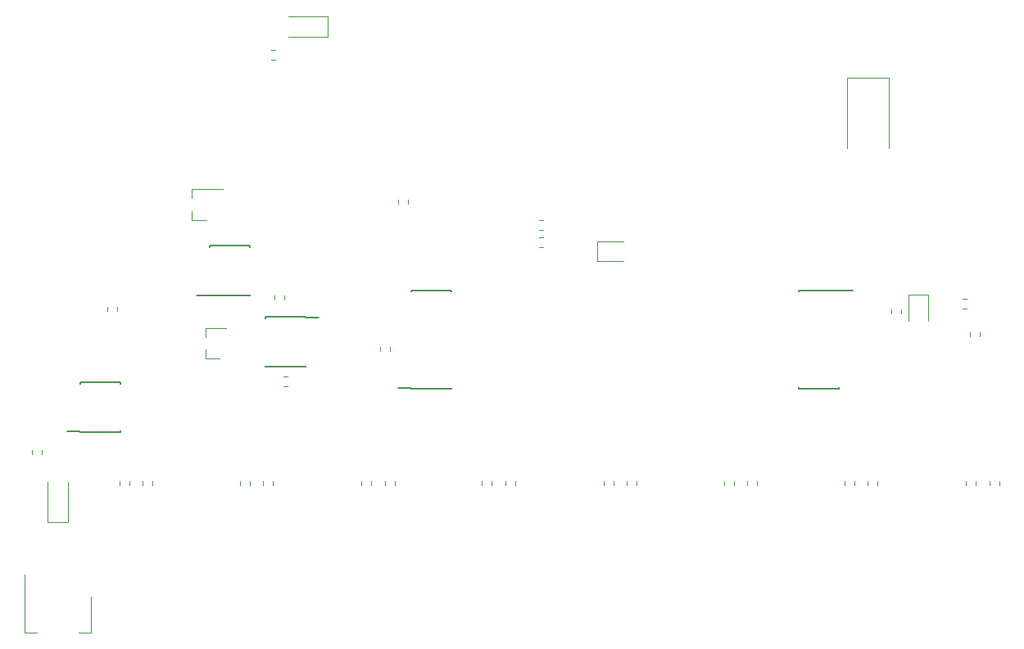
<source format=gbr>
G04 #@! TF.FileFunction,Legend,Bot*
%FSLAX46Y46*%
G04 Gerber Fmt 4.6, Leading zero omitted, Abs format (unit mm)*
G04 Created by KiCad (PCBNEW 4.0.7) date Sat Feb 10 21:47:56 2018*
%MOMM*%
%LPD*%
G01*
G04 APERTURE LIST*
%ADD10C,0.100000*%
%ADD11C,0.120000*%
%ADD12C,0.150000*%
G04 APERTURE END LIST*
D10*
D11*
X53391000Y-70568000D02*
X57486000Y-70568000D01*
X57486000Y-70568000D02*
X57486000Y-72688000D01*
X57486000Y-72688000D02*
X53391000Y-72688000D01*
X30651000Y-118796000D02*
X30651000Y-122891000D01*
X30651000Y-122891000D02*
X28531000Y-122891000D01*
X28531000Y-122891000D02*
X28531000Y-118796000D01*
X27942000Y-115917000D02*
X27942000Y-115477000D01*
X26922000Y-115917000D02*
X26922000Y-115477000D01*
X64768000Y-89569000D02*
X64768000Y-90009000D01*
X65788000Y-89569000D02*
X65788000Y-90009000D01*
X79722000Y-91692000D02*
X79282000Y-91692000D01*
X79722000Y-92712000D02*
X79282000Y-92712000D01*
X52036000Y-74039000D02*
X51596000Y-74039000D01*
X52036000Y-75059000D02*
X51596000Y-75059000D01*
X44833000Y-105974000D02*
X44833000Y-105044000D01*
X44833000Y-102814000D02*
X44833000Y-103744000D01*
X44833000Y-102814000D02*
X46993000Y-102814000D01*
X44833000Y-105974000D02*
X46293000Y-105974000D01*
X111134000Y-76934000D02*
X115434000Y-76934000D01*
X115434000Y-76934000D02*
X115434000Y-84234000D01*
X111134000Y-76934000D02*
X111134000Y-84234000D01*
X87995000Y-95879000D02*
X85295000Y-95879000D01*
X85295000Y-95879000D02*
X85295000Y-93859000D01*
X85295000Y-93859000D02*
X87995000Y-93859000D01*
X117481000Y-102092000D02*
X117481000Y-99392000D01*
X117481000Y-99392000D02*
X119501000Y-99392000D01*
X119501000Y-99392000D02*
X119501000Y-102092000D01*
X43436000Y-91623000D02*
X43436000Y-90693000D01*
X43436000Y-88463000D02*
X43436000Y-89393000D01*
X43436000Y-88463000D02*
X46596000Y-88463000D01*
X43436000Y-91623000D02*
X44896000Y-91623000D01*
X124843000Y-103725000D02*
X124843000Y-103285000D01*
X123823000Y-103725000D02*
X123823000Y-103285000D01*
X123537000Y-99820000D02*
X123097000Y-99820000D01*
X123537000Y-100840000D02*
X123097000Y-100840000D01*
X52866000Y-108841000D02*
X53306000Y-108841000D01*
X52866000Y-107821000D02*
X53306000Y-107821000D01*
X34669000Y-100618000D02*
X34669000Y-101058000D01*
X35689000Y-100618000D02*
X35689000Y-101058000D01*
X36959000Y-119092000D02*
X36959000Y-118652000D01*
X35939000Y-119092000D02*
X35939000Y-118652000D01*
X39372000Y-119092000D02*
X39372000Y-118652000D01*
X38352000Y-119092000D02*
X38352000Y-118652000D01*
X49405000Y-119092000D02*
X49405000Y-118652000D01*
X48385000Y-119092000D02*
X48385000Y-118652000D01*
X51818000Y-119092000D02*
X51818000Y-118652000D01*
X50798000Y-119092000D02*
X50798000Y-118652000D01*
X61978000Y-119092000D02*
X61978000Y-118652000D01*
X60958000Y-119092000D02*
X60958000Y-118652000D01*
X64391000Y-119092000D02*
X64391000Y-118652000D01*
X63371000Y-119092000D02*
X63371000Y-118652000D01*
X74424000Y-119092000D02*
X74424000Y-118652000D01*
X73404000Y-119092000D02*
X73404000Y-118652000D01*
X76837000Y-119092000D02*
X76837000Y-118652000D01*
X75817000Y-119092000D02*
X75817000Y-118652000D01*
X86997000Y-119092000D02*
X86997000Y-118652000D01*
X85977000Y-119092000D02*
X85977000Y-118652000D01*
X89410000Y-119092000D02*
X89410000Y-118652000D01*
X88390000Y-119092000D02*
X88390000Y-118652000D01*
X99443000Y-119092000D02*
X99443000Y-118652000D01*
X98423000Y-119092000D02*
X98423000Y-118652000D01*
X101856000Y-119092000D02*
X101856000Y-118652000D01*
X100836000Y-119092000D02*
X100836000Y-118652000D01*
X111889000Y-119092000D02*
X111889000Y-118652000D01*
X110869000Y-119092000D02*
X110869000Y-118652000D01*
X114302000Y-119092000D02*
X114302000Y-118652000D01*
X113282000Y-119092000D02*
X113282000Y-118652000D01*
X124462000Y-119092000D02*
X124462000Y-118652000D01*
X123442000Y-119092000D02*
X123442000Y-118652000D01*
X126875000Y-119092000D02*
X126875000Y-118652000D01*
X125855000Y-119092000D02*
X125855000Y-118652000D01*
X51941000Y-99475000D02*
X51941000Y-99915000D01*
X52961000Y-99475000D02*
X52961000Y-99915000D01*
X63883000Y-105249000D02*
X63883000Y-104809000D01*
X62863000Y-105249000D02*
X62863000Y-104809000D01*
X116715000Y-101312000D02*
X116715000Y-100872000D01*
X115695000Y-101312000D02*
X115695000Y-100872000D01*
X79722000Y-93470000D02*
X79282000Y-93470000D01*
X79722000Y-94490000D02*
X79282000Y-94490000D01*
X33001000Y-134371000D02*
X31741000Y-134371000D01*
X26181000Y-134371000D02*
X27441000Y-134371000D01*
X33001000Y-130611000D02*
X33001000Y-134371000D01*
X26181000Y-128361000D02*
X26181000Y-134371000D01*
D12*
X55161000Y-101692000D02*
X55161000Y-101742000D01*
X51011000Y-101692000D02*
X51011000Y-101837000D01*
X51011000Y-106842000D02*
X51011000Y-106697000D01*
X55161000Y-106842000D02*
X55161000Y-106697000D01*
X55161000Y-101692000D02*
X51011000Y-101692000D01*
X55161000Y-106842000D02*
X51011000Y-106842000D01*
X55161000Y-101742000D02*
X56561000Y-101742000D01*
X66124000Y-109088000D02*
X66124000Y-109063000D01*
X70274000Y-109088000D02*
X70274000Y-108983000D01*
X70274000Y-98938000D02*
X70274000Y-99043000D01*
X66124000Y-98938000D02*
X66124000Y-99043000D01*
X66124000Y-109088000D02*
X70274000Y-109088000D01*
X66124000Y-98938000D02*
X70274000Y-98938000D01*
X66124000Y-109063000D02*
X64749000Y-109063000D01*
X110325000Y-98925000D02*
X110325000Y-98950000D01*
X106175000Y-98925000D02*
X106175000Y-99030000D01*
X106175000Y-109075000D02*
X106175000Y-108970000D01*
X110325000Y-109075000D02*
X110325000Y-108970000D01*
X110325000Y-98925000D02*
X106175000Y-98925000D01*
X110325000Y-109075000D02*
X106175000Y-109075000D01*
X110325000Y-98950000D02*
X111700000Y-98950000D01*
X31925000Y-113575000D02*
X31925000Y-113525000D01*
X36075000Y-113575000D02*
X36075000Y-113430000D01*
X36075000Y-108425000D02*
X36075000Y-108570000D01*
X31925000Y-108425000D02*
X31925000Y-108570000D01*
X31925000Y-113575000D02*
X36075000Y-113575000D01*
X31925000Y-108425000D02*
X36075000Y-108425000D01*
X31925000Y-113525000D02*
X30525000Y-113525000D01*
X45296000Y-99476000D02*
X45296000Y-99426000D01*
X49446000Y-99476000D02*
X49446000Y-99331000D01*
X49446000Y-94326000D02*
X49446000Y-94471000D01*
X45296000Y-94326000D02*
X45296000Y-94471000D01*
X45296000Y-99476000D02*
X49446000Y-99476000D01*
X45296000Y-94326000D02*
X49446000Y-94326000D01*
X45296000Y-99426000D02*
X43896000Y-99426000D01*
M02*

</source>
